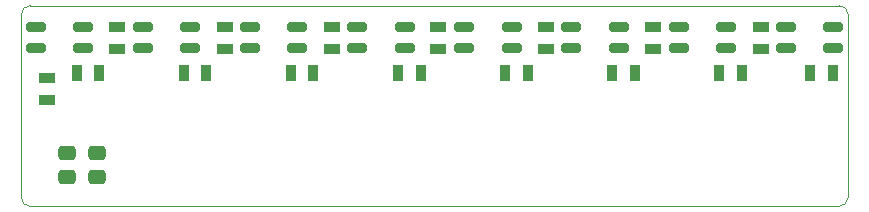
<source format=gbr>
%TF.GenerationSoftware,KiCad,Pcbnew,7.0.1*%
%TF.CreationDate,2023-08-30T00:52:31-03:00*%
%TF.ProjectId,QRE1113_Line_Sensors_x8,51524531-3131-4335-9f4c-696e655f5365,rev?*%
%TF.SameCoordinates,Original*%
%TF.FileFunction,Paste,Bot*%
%TF.FilePolarity,Positive*%
%FSLAX46Y46*%
G04 Gerber Fmt 4.6, Leading zero omitted, Abs format (unit mm)*
G04 Created by KiCad (PCBNEW 7.0.1) date 2023-08-30 00:52:31*
%MOMM*%
%LPD*%
G01*
G04 APERTURE LIST*
G04 Aperture macros list*
%AMRoundRect*
0 Rectangle with rounded corners*
0 $1 Rounding radius*
0 $2 $3 $4 $5 $6 $7 $8 $9 X,Y pos of 4 corners*
0 Add a 4 corners polygon primitive as box body*
4,1,4,$2,$3,$4,$5,$6,$7,$8,$9,$2,$3,0*
0 Add four circle primitives for the rounded corners*
1,1,$1+$1,$2,$3*
1,1,$1+$1,$4,$5*
1,1,$1+$1,$6,$7*
1,1,$1+$1,$8,$9*
0 Add four rect primitives between the rounded corners*
20,1,$1+$1,$2,$3,$4,$5,0*
20,1,$1+$1,$4,$5,$6,$7,0*
20,1,$1+$1,$6,$7,$8,$9,0*
20,1,$1+$1,$8,$9,$2,$3,0*%
G04 Aperture macros list end*
%ADD10R,0.889000X1.397000*%
%ADD11RoundRect,0.197500X-0.632500X0.197500X-0.632500X-0.197500X0.632500X-0.197500X0.632500X0.197500X0*%
%ADD12R,1.397000X0.889000*%
%ADD13RoundRect,0.250000X-0.475000X0.337500X-0.475000X-0.337500X0.475000X-0.337500X0.475000X0.337500X0*%
%TA.AperFunction,Profile*%
%ADD14C,0.100000*%
%TD*%
G04 APERTURE END LIST*
D10*
%TO.C,R14*%
X147828732Y-64000000D03*
X149733732Y-64000000D03*
%TD*%
D11*
%TO.C,U8*%
X126250000Y-60050000D03*
X130250000Y-60050000D03*
X130250000Y-61850000D03*
X126250000Y-61850000D03*
%TD*%
D10*
%TO.C,R16*%
X129695598Y-64000000D03*
X131600598Y-64000000D03*
%TD*%
D11*
%TO.C,U1*%
X189715970Y-60050000D03*
X193715970Y-60050000D03*
X193715970Y-61850000D03*
X189715970Y-61850000D03*
%TD*%
D12*
%TO.C,R12*%
X127200000Y-66272500D03*
X127200000Y-64367500D03*
%TD*%
D11*
%TO.C,U6*%
X144383134Y-60050000D03*
X148383134Y-60050000D03*
X148383134Y-61850000D03*
X144383134Y-61850000D03*
%TD*%
D10*
%TO.C,R8*%
X165961866Y-64000000D03*
X167866866Y-64000000D03*
%TD*%
D12*
%TO.C,R2*%
X178510000Y-61955000D03*
X178510000Y-60050000D03*
%TD*%
%TO.C,R4*%
X160320000Y-61955000D03*
X160320000Y-60050000D03*
%TD*%
D10*
%TO.C,R6*%
X184095000Y-64000000D03*
X186000000Y-64000000D03*
%TD*%
D11*
%TO.C,U4*%
X162516268Y-60050000D03*
X166516268Y-60050000D03*
X166516268Y-61850000D03*
X162516268Y-61850000D03*
%TD*%
%TO.C,U7*%
X135316567Y-60050000D03*
X139316567Y-60050000D03*
X139316567Y-61850000D03*
X135316567Y-61850000D03*
%TD*%
D12*
%TO.C,R3*%
X169440000Y-61955000D03*
X169440000Y-60050000D03*
%TD*%
D10*
%TO.C,R15*%
X138762165Y-64000000D03*
X140667165Y-64000000D03*
%TD*%
D11*
%TO.C,U3*%
X171582835Y-60050000D03*
X175582835Y-60050000D03*
X175582835Y-61850000D03*
X171582835Y-61850000D03*
%TD*%
D10*
%TO.C,R13*%
X156895299Y-64000000D03*
X158800299Y-64000000D03*
%TD*%
D12*
%TO.C,R9*%
X151300000Y-61955000D03*
X151300000Y-60050000D03*
%TD*%
%TO.C,R10*%
X142210000Y-61955000D03*
X142210000Y-60050000D03*
%TD*%
%TO.C,R1*%
X187600000Y-61955000D03*
X187600000Y-60050000D03*
%TD*%
D13*
%TO.C,C1*%
X128900000Y-70702500D03*
X128900000Y-72777500D03*
%TD*%
D12*
%TO.C,R11*%
X133120000Y-61955000D03*
X133120000Y-60050000D03*
%TD*%
D10*
%TO.C,R5*%
X193715970Y-64000000D03*
X191810970Y-64000000D03*
%TD*%
D13*
%TO.C,C2*%
X131400000Y-70702500D03*
X131400000Y-72777500D03*
%TD*%
D10*
%TO.C,R7*%
X175028433Y-64000000D03*
X176933433Y-64000000D03*
%TD*%
D11*
%TO.C,U2*%
X180649402Y-60050000D03*
X184649402Y-60050000D03*
X184649402Y-61850000D03*
X180649402Y-61850000D03*
%TD*%
%TO.C,U5*%
X153449701Y-60050000D03*
X157449701Y-60050000D03*
X157449701Y-61850000D03*
X153449701Y-61850000D03*
%TD*%
D14*
X194250000Y-75250000D02*
X125750000Y-75250000D01*
X125750000Y-58250000D02*
X194250000Y-58250000D01*
X195000000Y-59000000D02*
X195000000Y-74500000D01*
X195000000Y-59000000D02*
G75*
G03*
X194250000Y-58250000I-750000J0D01*
G01*
X125000000Y-74500000D02*
X125000000Y-59000000D01*
X125000000Y-74500000D02*
G75*
G03*
X125750000Y-75250000I750000J0D01*
G01*
X194250000Y-75250000D02*
G75*
G03*
X195000000Y-74500000I0J750000D01*
G01*
X125750000Y-58250000D02*
G75*
G03*
X125000000Y-59000000I0J-750000D01*
G01*
M02*

</source>
